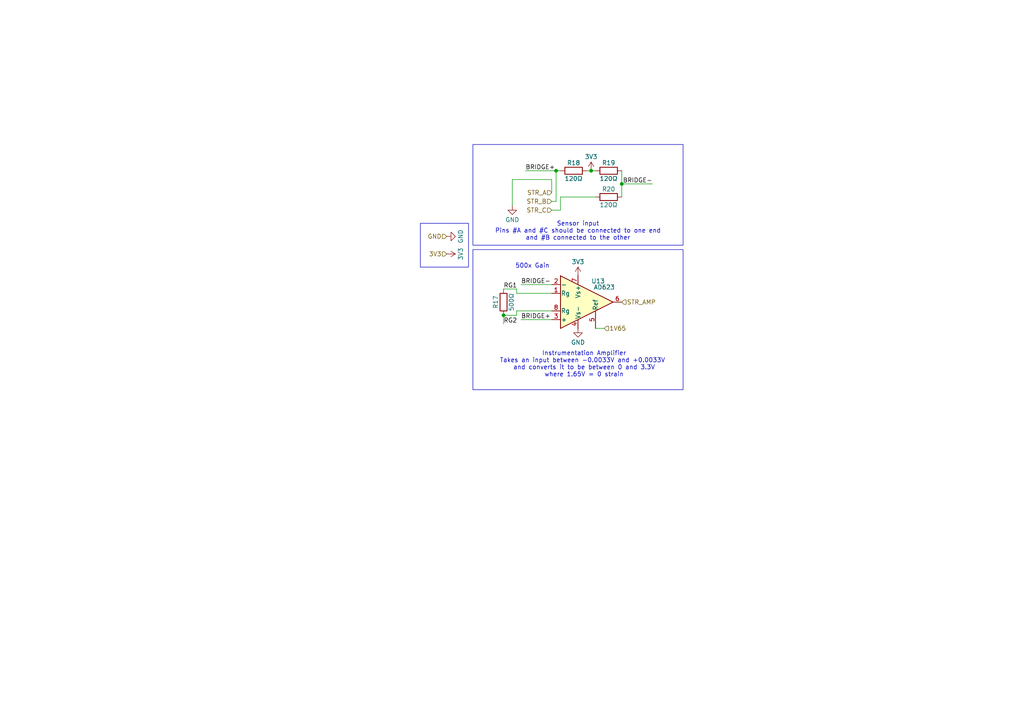
<source format=kicad_sch>
(kicad_sch
	(version 20231120)
	(generator "eeschema")
	(generator_version "8.0")
	(uuid "95315913-5271-4c7f-ae52-2a68043dab0f")
	(paper "A4")
	(title_block
		(date "27-09-2024")
		(rev "1.0.0")
	)
	(lib_symbols
		(symbol "Amplifier_Instrumentation:AD623"
			(pin_names
				(offset 0.127)
			)
			(exclude_from_sim no)
			(in_bom yes)
			(on_board yes)
			(property "Reference" "U"
				(at 3.81 7.62 0)
				(effects
					(font
						(size 1.27 1.27)
					)
				)
			)
			(property "Value" "AD623"
				(at 5.08 5.08 0)
				(effects
					(font
						(size 1.27 1.27)
					)
				)
			)
			(property "Footprint" ""
				(at 0 0 0)
				(effects
					(font
						(size 1.27 1.27)
					)
					(hide yes)
				)
			)
			(property "Datasheet" "https://www.analog.com/media/en/technical-documentation/data-sheets/AD623.pdf"
				(at 0 0 0)
				(effects
					(font
						(size 1.27 1.27)
					)
					(hide yes)
				)
			)
			(property "Description" "Single Rail-to-Rail, Low Cost Instrumentation Amplifier, DIP-8/SOIC-8/MSOP-8"
				(at 0 0 0)
				(effects
					(font
						(size 1.27 1.27)
					)
					(hide yes)
				)
			)
			(property "ki_keywords" "single instumentation amplifier"
				(at 0 0 0)
				(effects
					(font
						(size 1.27 1.27)
					)
					(hide yes)
				)
			)
			(property "ki_fp_filters" "SOIC*P1.27mm* DIP*W7.62mm*"
				(at 0 0 0)
				(effects
					(font
						(size 1.27 1.27)
					)
					(hide yes)
				)
			)
			(symbol "AD623_0_1"
				(polyline
					(pts
						(xy -7.62 7.62) (xy -7.62 -7.62) (xy 7.62 0) (xy -7.62 7.62)
					)
					(stroke
						(width 0.254)
						(type default)
					)
					(fill
						(type background)
					)
				)
			)
			(symbol "AD623_1_1"
				(pin passive line
					(at -10.16 2.54 0)
					(length 2.54)
					(name "Rg"
						(effects
							(font
								(size 1.27 1.27)
							)
						)
					)
					(number "1"
						(effects
							(font
								(size 1.27 1.27)
							)
						)
					)
				)
				(pin input line
					(at -10.16 5.08 0)
					(length 2.54)
					(name "-"
						(effects
							(font
								(size 1.27 1.27)
							)
						)
					)
					(number "2"
						(effects
							(font
								(size 1.27 1.27)
							)
						)
					)
				)
				(pin input line
					(at -10.16 -5.08 0)
					(length 2.54)
					(name "+"
						(effects
							(font
								(size 1.27 1.27)
							)
						)
					)
					(number "3"
						(effects
							(font
								(size 1.27 1.27)
							)
						)
					)
				)
				(pin power_in line
					(at -2.54 -7.62 90)
					(length 2.54)
					(name "Vs-"
						(effects
							(font
								(size 1.27 1.27)
							)
						)
					)
					(number "4"
						(effects
							(font
								(size 1.27 1.27)
							)
						)
					)
				)
				(pin passive line
					(at 2.54 -7.62 90)
					(length 5.08)
					(name "Ref"
						(effects
							(font
								(size 1.27 1.27)
							)
						)
					)
					(number "5"
						(effects
							(font
								(size 1.27 1.27)
							)
						)
					)
				)
				(pin output line
					(at 10.16 0 180)
					(length 2.54)
					(name "~"
						(effects
							(font
								(size 1.27 1.27)
							)
						)
					)
					(number "6"
						(effects
							(font
								(size 1.27 1.27)
							)
						)
					)
				)
				(pin power_in line
					(at -2.54 7.62 270)
					(length 2.54)
					(name "Vs+"
						(effects
							(font
								(size 1.27 1.27)
							)
						)
					)
					(number "7"
						(effects
							(font
								(size 1.27 1.27)
							)
						)
					)
				)
				(pin passive line
					(at -10.16 -2.54 0)
					(length 2.54)
					(name "Rg"
						(effects
							(font
								(size 1.27 1.27)
							)
						)
					)
					(number "8"
						(effects
							(font
								(size 1.27 1.27)
							)
						)
					)
				)
			)
		)
		(symbol "Device:R"
			(pin_numbers hide)
			(pin_names
				(offset 0)
			)
			(exclude_from_sim no)
			(in_bom yes)
			(on_board yes)
			(property "Reference" "R"
				(at 2.032 0 90)
				(effects
					(font
						(size 1.27 1.27)
					)
				)
			)
			(property "Value" "R"
				(at 0 0 90)
				(effects
					(font
						(size 1.27 1.27)
					)
				)
			)
			(property "Footprint" ""
				(at -1.778 0 90)
				(effects
					(font
						(size 1.27 1.27)
					)
					(hide yes)
				)
			)
			(property "Datasheet" "~"
				(at 0 0 0)
				(effects
					(font
						(size 1.27 1.27)
					)
					(hide yes)
				)
			)
			(property "Description" "Resistor"
				(at 0 0 0)
				(effects
					(font
						(size 1.27 1.27)
					)
					(hide yes)
				)
			)
			(property "ki_keywords" "R res resistor"
				(at 0 0 0)
				(effects
					(font
						(size 1.27 1.27)
					)
					(hide yes)
				)
			)
			(property "ki_fp_filters" "R_*"
				(at 0 0 0)
				(effects
					(font
						(size 1.27 1.27)
					)
					(hide yes)
				)
			)
			(symbol "R_0_1"
				(rectangle
					(start -1.016 -2.54)
					(end 1.016 2.54)
					(stroke
						(width 0.254)
						(type default)
					)
					(fill
						(type none)
					)
				)
			)
			(symbol "R_1_1"
				(pin passive line
					(at 0 3.81 270)
					(length 1.27)
					(name "~"
						(effects
							(font
								(size 1.27 1.27)
							)
						)
					)
					(number "1"
						(effects
							(font
								(size 1.27 1.27)
							)
						)
					)
				)
				(pin passive line
					(at 0 -3.81 90)
					(length 1.27)
					(name "~"
						(effects
							(font
								(size 1.27 1.27)
							)
						)
					)
					(number "2"
						(effects
							(font
								(size 1.27 1.27)
							)
						)
					)
				)
			)
		)
		(symbol "power:+12V"
			(power)
			(pin_numbers hide)
			(pin_names
				(offset 0) hide)
			(exclude_from_sim no)
			(in_bom yes)
			(on_board yes)
			(property "Reference" "#PWR"
				(at 0 -3.81 0)
				(effects
					(font
						(size 1.27 1.27)
					)
					(hide yes)
				)
			)
			(property "Value" "+12V"
				(at 0 3.556 0)
				(effects
					(font
						(size 1.27 1.27)
					)
				)
			)
			(property "Footprint" ""
				(at 0 0 0)
				(effects
					(font
						(size 1.27 1.27)
					)
					(hide yes)
				)
			)
			(property "Datasheet" ""
				(at 0 0 0)
				(effects
					(font
						(size 1.27 1.27)
					)
					(hide yes)
				)
			)
			(property "Description" "Power symbol creates a global label with name \"+12V\""
				(at 0 0 0)
				(effects
					(font
						(size 1.27 1.27)
					)
					(hide yes)
				)
			)
			(property "ki_keywords" "global power"
				(at 0 0 0)
				(effects
					(font
						(size 1.27 1.27)
					)
					(hide yes)
				)
			)
			(symbol "+12V_0_1"
				(polyline
					(pts
						(xy -0.762 1.27) (xy 0 2.54)
					)
					(stroke
						(width 0)
						(type default)
					)
					(fill
						(type none)
					)
				)
				(polyline
					(pts
						(xy 0 0) (xy 0 2.54)
					)
					(stroke
						(width 0)
						(type default)
					)
					(fill
						(type none)
					)
				)
				(polyline
					(pts
						(xy 0 2.54) (xy 0.762 1.27)
					)
					(stroke
						(width 0)
						(type default)
					)
					(fill
						(type none)
					)
				)
			)
			(symbol "+12V_1_1"
				(pin power_in line
					(at 0 0 90)
					(length 0)
					(name "~"
						(effects
							(font
								(size 1.27 1.27)
							)
						)
					)
					(number "1"
						(effects
							(font
								(size 1.27 1.27)
							)
						)
					)
				)
			)
		)
		(symbol "power:GND"
			(power)
			(pin_numbers hide)
			(pin_names
				(offset 0) hide)
			(exclude_from_sim no)
			(in_bom yes)
			(on_board yes)
			(property "Reference" "#PWR"
				(at 0 -6.35 0)
				(effects
					(font
						(size 1.27 1.27)
					)
					(hide yes)
				)
			)
			(property "Value" "GND"
				(at 0 -3.81 0)
				(effects
					(font
						(size 1.27 1.27)
					)
				)
			)
			(property "Footprint" ""
				(at 0 0 0)
				(effects
					(font
						(size 1.27 1.27)
					)
					(hide yes)
				)
			)
			(property "Datasheet" ""
				(at 0 0 0)
				(effects
					(font
						(size 1.27 1.27)
					)
					(hide yes)
				)
			)
			(property "Description" "Power symbol creates a global label with name \"GND\" , ground"
				(at 0 0 0)
				(effects
					(font
						(size 1.27 1.27)
					)
					(hide yes)
				)
			)
			(property "ki_keywords" "global power"
				(at 0 0 0)
				(effects
					(font
						(size 1.27 1.27)
					)
					(hide yes)
				)
			)
			(symbol "GND_0_1"
				(polyline
					(pts
						(xy 0 0) (xy 0 -1.27) (xy 1.27 -1.27) (xy 0 -2.54) (xy -1.27 -1.27) (xy 0 -1.27)
					)
					(stroke
						(width 0)
						(type default)
					)
					(fill
						(type none)
					)
				)
			)
			(symbol "GND_1_1"
				(pin power_in line
					(at 0 0 270)
					(length 0)
					(name "~"
						(effects
							(font
								(size 1.27 1.27)
							)
						)
					)
					(number "1"
						(effects
							(font
								(size 1.27 1.27)
							)
						)
					)
				)
			)
		)
	)
	(junction
		(at 171.45 49.53)
		(diameter 0)
		(color 0 0 0 0)
		(uuid "2705c6b2-ef8b-4ba0-a207-53ec4cfa7a85")
	)
	(junction
		(at 161.29 49.53)
		(diameter 0)
		(color 0 0 0 0)
		(uuid "3cec3439-6811-4261-84b8-a3981a06ef34")
	)
	(junction
		(at 180.34 53.34)
		(diameter 0)
		(color 0 0 0 0)
		(uuid "6f025ae3-0722-48fe-a7e1-c695978fcfc9")
	)
	(junction
		(at 146.05 91.44)
		(diameter 0)
		(color 0 0 0 0)
		(uuid "906cbe49-7862-473a-969b-8d0184988fee")
	)
	(wire
		(pts
			(xy 151.13 92.71) (xy 160.02 92.71)
		)
		(stroke
			(width 0)
			(type default)
		)
		(uuid "124b99c7-1743-4c44-b1ac-c249ac14db87")
	)
	(wire
		(pts
			(xy 149.86 90.17) (xy 160.02 90.17)
		)
		(stroke
			(width 0)
			(type default)
		)
		(uuid "1ca02230-2c0e-47aa-8378-ebcafc34f587")
	)
	(wire
		(pts
			(xy 161.29 58.42) (xy 161.29 49.53)
		)
		(stroke
			(width 0)
			(type default)
		)
		(uuid "1ead52a5-e82e-491c-9e7e-c1894a4248c4")
	)
	(wire
		(pts
			(xy 148.59 52.07) (xy 148.59 59.69)
		)
		(stroke
			(width 0)
			(type default)
		)
		(uuid "254b7550-5a07-4e10-95b5-ee8e0c98cfc4")
	)
	(wire
		(pts
			(xy 151.13 82.55) (xy 160.02 82.55)
		)
		(stroke
			(width 0)
			(type default)
		)
		(uuid "2a7ee400-60e1-461a-a03f-77764521929f")
	)
	(wire
		(pts
			(xy 180.34 53.34) (xy 189.23 53.34)
		)
		(stroke
			(width 0)
			(type default)
		)
		(uuid "35fb04ec-106c-4fe6-bc47-37ff8fd2c544")
	)
	(wire
		(pts
			(xy 160.02 52.07) (xy 160.02 55.88)
		)
		(stroke
			(width 0)
			(type default)
		)
		(uuid "3f2e6233-d185-4397-9e23-72c83d24180f")
	)
	(wire
		(pts
			(xy 146.05 91.44) (xy 149.86 91.44)
		)
		(stroke
			(width 0)
			(type default)
		)
		(uuid "47bcd291-cb03-4378-b18f-9ae94d084fc4")
	)
	(wire
		(pts
			(xy 149.86 85.09) (xy 149.86 83.82)
		)
		(stroke
			(width 0)
			(type default)
		)
		(uuid "51753acc-b327-4da1-8d6b-950a2f54b6ec")
	)
	(wire
		(pts
			(xy 180.34 53.34) (xy 180.34 57.15)
		)
		(stroke
			(width 0)
			(type default)
		)
		(uuid "529a5f20-757e-4fe7-9f46-c6e8a4a69cfd")
	)
	(wire
		(pts
			(xy 149.86 91.44) (xy 149.86 90.17)
		)
		(stroke
			(width 0)
			(type default)
		)
		(uuid "5312a075-aae4-4563-adc2-a9d79d3be8fa")
	)
	(wire
		(pts
			(xy 160.02 52.07) (xy 148.59 52.07)
		)
		(stroke
			(width 0)
			(type default)
		)
		(uuid "59f21da7-385f-469d-9ea6-e637d43b9167")
	)
	(wire
		(pts
			(xy 170.18 49.53) (xy 171.45 49.53)
		)
		(stroke
			(width 0)
			(type default)
		)
		(uuid "60694ab8-68ab-4443-b6a8-cd3ed17a7cdc")
	)
	(wire
		(pts
			(xy 161.29 49.53) (xy 162.56 49.53)
		)
		(stroke
			(width 0)
			(type default)
		)
		(uuid "6fae627a-7c25-47e7-a4e9-b4d9bd13d5f8")
	)
	(wire
		(pts
			(xy 149.86 83.82) (xy 146.05 83.82)
		)
		(stroke
			(width 0)
			(type default)
		)
		(uuid "70215d76-dd9a-4292-8931-59d81e09735a")
	)
	(wire
		(pts
			(xy 162.56 60.96) (xy 160.02 60.96)
		)
		(stroke
			(width 0)
			(type default)
		)
		(uuid "80b21045-196c-472d-8431-5ec1dc49cf0e")
	)
	(wire
		(pts
			(xy 162.56 57.15) (xy 172.72 57.15)
		)
		(stroke
			(width 0)
			(type default)
		)
		(uuid "928d38ef-3572-4c93-8d99-fae0e37168e1")
	)
	(wire
		(pts
			(xy 172.72 95.25) (xy 175.26 95.25)
		)
		(stroke
			(width 0)
			(type default)
		)
		(uuid "9460f559-950a-4ac7-81f5-0410d8fec359")
	)
	(wire
		(pts
			(xy 180.34 49.53) (xy 180.34 53.34)
		)
		(stroke
			(width 0)
			(type default)
		)
		(uuid "b80493aa-ba42-4254-9b08-85b884cc20c7")
	)
	(wire
		(pts
			(xy 171.45 49.53) (xy 172.72 49.53)
		)
		(stroke
			(width 0)
			(type default)
		)
		(uuid "c2207799-0a91-4150-866b-33c89e840b8f")
	)
	(wire
		(pts
			(xy 146.05 91.44) (xy 146.05 93.98)
		)
		(stroke
			(width 0)
			(type default)
		)
		(uuid "c5766b1f-7f8e-40ca-8075-5d8bd4278f2d")
	)
	(wire
		(pts
			(xy 152.4 49.53) (xy 161.29 49.53)
		)
		(stroke
			(width 0)
			(type default)
		)
		(uuid "d0579a1f-a029-4a23-99e9-6ff2ad5bec51")
	)
	(wire
		(pts
			(xy 160.02 58.42) (xy 161.29 58.42)
		)
		(stroke
			(width 0)
			(type default)
		)
		(uuid "d59bbcca-a690-4a7c-a88a-300773e6d880")
	)
	(wire
		(pts
			(xy 149.86 85.09) (xy 160.02 85.09)
		)
		(stroke
			(width 0)
			(type default)
		)
		(uuid "e1b733c5-36bc-4ce7-8db0-92c3b8431b07")
	)
	(wire
		(pts
			(xy 162.56 57.15) (xy 162.56 60.96)
		)
		(stroke
			(width 0)
			(type default)
		)
		(uuid "f8c9244e-f889-4689-b6b3-cb337eba2de0")
	)
	(rectangle
		(start 121.92 64.77)
		(end 135.89 77.47)
		(stroke
			(width 0)
			(type default)
		)
		(fill
			(type none)
		)
		(uuid 17b613ea-e65e-489b-8f72-d61a859bab0c)
	)
	(rectangle
		(start 137.16 72.39)
		(end 198.12 113.03)
		(stroke
			(width 0)
			(type default)
		)
		(fill
			(type none)
		)
		(uuid 937e454b-98fd-415e-a33e-4c2111d6fa0f)
	)
	(rectangle
		(start 137.16 41.91)
		(end 198.12 71.12)
		(stroke
			(width 0)
			(type default)
		)
		(fill
			(type none)
		)
		(uuid a0e495ba-ce97-4540-ad54-95b7313defd6)
	)
	(text "Instrumentation Amplifier\nTakes an input between -0.0033V and +0.0033V \nand converts it to be between 0 and 3.3V\nwhere 1.65V = 0 strain"
		(exclude_from_sim no)
		(at 169.418 105.664 0)
		(effects
			(font
				(size 1.27 1.27)
			)
		)
		(uuid "2ddb45c0-4d7f-4147-b8c1-8a5b88035401")
	)
	(text "500x Gain"
		(exclude_from_sim no)
		(at 154.432 77.216 0)
		(effects
			(font
				(size 1.27 1.27)
			)
		)
		(uuid "7ff10e13-3e2e-4740-8754-805ea3094e37")
	)
	(text "Sensor input\nPins #A and #C should be connected to one end\nand #B connected to the other"
		(exclude_from_sim no)
		(at 167.64 67.056 0)
		(effects
			(font
				(size 1.27 1.27)
			)
		)
		(uuid "a0b9a3a3-9cca-49ed-9992-b6cde2a983ed")
	)
	(label "BRIDGE+"
		(at 151.13 92.71 0)
		(fields_autoplaced yes)
		(effects
			(font
				(size 1.27 1.27)
			)
			(justify left bottom)
		)
		(uuid "14a1fcf8-0c34-4196-8260-3b1952b6774c")
	)
	(label "BRIDGE-"
		(at 189.23 53.34 180)
		(fields_autoplaced yes)
		(effects
			(font
				(size 1.27 1.27)
			)
			(justify right bottom)
		)
		(uuid "1727f7b3-95d4-4550-a76c-6ecb15c6b7af")
	)
	(label "RG2"
		(at 146.05 93.98 0)
		(fields_autoplaced yes)
		(effects
			(font
				(size 1.27 1.27)
			)
			(justify left bottom)
		)
		(uuid "19af6d22-0e29-4c4d-9402-0e87824c14ec")
	)
	(label "BRIDGE+"
		(at 152.4 49.53 0)
		(fields_autoplaced yes)
		(effects
			(font
				(size 1.27 1.27)
			)
			(justify left bottom)
		)
		(uuid "2b874314-47b0-4234-b1b2-d6e5f1489627")
	)
	(label "RG1"
		(at 146.05 83.82 0)
		(fields_autoplaced yes)
		(effects
			(font
				(size 1.27 1.27)
			)
			(justify left bottom)
		)
		(uuid "5c4b9e53-14ab-485d-abd5-1692a361dfd2")
	)
	(label "BRIDGE-"
		(at 151.13 82.55 0)
		(fields_autoplaced yes)
		(effects
			(font
				(size 1.27 1.27)
			)
			(justify left bottom)
		)
		(uuid "af360a14-80d5-4789-9a5e-8800787aa0bb")
	)
	(hierarchical_label "1V65"
		(shape input)
		(at 175.26 95.25 0)
		(fields_autoplaced yes)
		(effects
			(font
				(size 1.27 1.27)
			)
			(justify left)
		)
		(uuid "27f5a238-0b55-48c6-97cb-f8d98b2cd504")
	)
	(hierarchical_label "STR_AMP"
		(shape input)
		(at 180.34 87.63 0)
		(fields_autoplaced yes)
		(effects
			(font
				(size 1.27 1.27)
			)
			(justify left)
		)
		(uuid "428656dd-18e2-4355-984e-8519055efc92")
	)
	(hierarchical_label "STR_A"
		(shape input)
		(at 160.02 55.88 180)
		(fields_autoplaced yes)
		(effects
			(font
				(size 1.27 1.27)
			)
			(justify right)
		)
		(uuid "6c577222-d950-499f-b091-bcfc47307494")
	)
	(hierarchical_label "STR_B"
		(shape input)
		(at 160.02 58.42 180)
		(fields_autoplaced yes)
		(effects
			(font
				(size 1.27 1.27)
			)
			(justify right)
		)
		(uuid "80cdd0ce-b0f5-4186-a44a-51864a95efdd")
	)
	(hierarchical_label "3V3"
		(shape input)
		(at 129.54 73.66 180)
		(fields_autoplaced yes)
		(effects
			(font
				(size 1.27 1.27)
			)
			(justify right)
		)
		(uuid "8da18e18-acaa-4237-b660-e8860dbed5c7")
	)
	(hierarchical_label "STR_C"
		(shape input)
		(at 160.02 60.96 180)
		(fields_autoplaced yes)
		(effects
			(font
				(size 1.27 1.27)
			)
			(justify right)
		)
		(uuid "a031a003-50ac-4631-840e-0abb06155c40")
	)
	(hierarchical_label "GND"
		(shape input)
		(at 129.54 68.58 180)
		(fields_autoplaced yes)
		(effects
			(font
				(size 1.27 1.27)
			)
			(justify right)
		)
		(uuid "ea712340-4d4c-477e-826d-2f3f2a4ff7db")
	)
	(symbol
		(lib_id "Amplifier_Instrumentation:AD623")
		(at 170.18 87.63 0)
		(unit 1)
		(exclude_from_sim no)
		(in_bom yes)
		(on_board yes)
		(dnp no)
		(uuid "2b325c85-9b15-4606-8d53-0c031bd442b5")
		(property "Reference" "U13"
			(at 173.482 81.534 0)
			(effects
				(font
					(size 1.27 1.27)
				)
			)
		)
		(property "Value" "AD623"
			(at 175.26 83.312 0)
			(effects
				(font
					(size 1.27 1.27)
				)
			)
		)
		(property "Footprint" "Package_SO:MSOP-8_3x3mm_P0.65mm"
			(at 170.18 87.63 0)
			(effects
				(font
					(size 1.27 1.27)
				)
				(hide yes)
			)
		)
		(property "Datasheet" "https://www.analog.com/media/en/technical-documentation/data-sheets/AD623.pdf"
			(at 170.18 87.63 0)
			(effects
				(font
					(size 1.27 1.27)
				)
				(hide yes)
			)
		)
		(property "Description" "Single Rail-to-Rail, Low Cost Instrumentation Amplifier, DIP-8/SOIC-8/MSOP-8"
			(at 170.18 87.63 0)
			(effects
				(font
					(size 1.27 1.27)
				)
				(hide yes)
			)
		)
		(property "Sim.Library" "lib\\ad623\\ad623.cir"
			(at 170.18 87.63 0)
			(effects
				(font
					(size 1.27 1.27)
				)
				(hide yes)
			)
		)
		(property "Sim.Name" "AD623"
			(at 170.18 87.63 0)
			(effects
				(font
					(size 1.27 1.27)
				)
				(hide yes)
			)
		)
		(property "Sim.Device" "SUBCKT"
			(at 170.18 87.63 0)
			(effects
				(font
					(size 1.27 1.27)
				)
				(hide yes)
			)
		)
		(property "Sim.Pins" "1=Rg+ 2=IN- 3=IN+ 4=50 5=REF 6=OUT 7=99 8=Rg-"
			(at 170.18 87.63 0)
			(effects
				(font
					(size 1.27 1.27)
				)
				(hide yes)
			)
		)
		(pin "4"
			(uuid "b2545e8a-86c8-4ad6-92c8-1a626d67823b")
		)
		(pin "2"
			(uuid "06391e5f-c4d9-4b7c-9cb9-025ded090259")
		)
		(pin "1"
			(uuid "f110ea7e-9bca-45ce-958f-e3275d73c800")
		)
		(pin "8"
			(uuid "718646c1-3177-4e49-9fc6-ce376ff8f447")
		)
		(pin "6"
			(uuid "1620e8ad-0fd4-4e8f-ba83-0332bd00c420")
		)
		(pin "7"
			(uuid "d33df6dc-3632-4a43-8350-ef699df396ae")
		)
		(pin "3"
			(uuid "8ff7f0e7-ce4d-4b11-af20-5771897d67bc")
		)
		(pin "5"
			(uuid "9111ffaa-993f-46ea-92a8-2510923d0dfa")
		)
		(instances
			(project "sensor-board"
				(path "/0ca2cb63-0696-4fd2-a673-96bebc3f6d80/0af1faf4-1135-4320-b6d2-efef838d8180"
					(reference "U13")
					(unit 1)
				)
				(path "/0ca2cb63-0696-4fd2-a673-96bebc3f6d80/1d860569-38e8-4348-83a3-2047226f23fd"
					(reference "U17")
					(unit 1)
				)
				(path "/0ca2cb63-0696-4fd2-a673-96bebc3f6d80/1e530378-627a-417d-a871-da04d12ee521"
					(reference "U10")
					(unit 1)
				)
				(path "/0ca2cb63-0696-4fd2-a673-96bebc3f6d80/23d7ea5d-fc0f-4869-ba3b-8f3df4952496"
					(reference "U16")
					(unit 1)
				)
				(path "/0ca2cb63-0696-4fd2-a673-96bebc3f6d80/766fe88d-3c18-4522-b521-a27ca1bbfc05"
					(reference "U14")
					(unit 1)
				)
				(path "/0ca2cb63-0696-4fd2-a673-96bebc3f6d80/acc4cee2-17fd-49d4-a81f-33f70a1e312c"
					(reference "U7")
					(unit 1)
				)
				(path "/0ca2cb63-0696-4fd2-a673-96bebc3f6d80/addb9b66-ce74-4e2e-9a55-3f248efed21f"
					(reference "U12")
					(unit 1)
				)
				(path "/0ca2cb63-0696-4fd2-a673-96bebc3f6d80/c7cee751-5dfe-47fe-bc00-7a65d61a2883"
					(reference "U19")
					(unit 1)
				)
				(path "/0ca2cb63-0696-4fd2-a673-96bebc3f6d80/c8b8145d-9114-47d1-af6d-0004729958f1"
					(reference "U18")
					(unit 1)
				)
				(path "/0ca2cb63-0696-4fd2-a673-96bebc3f6d80/cd7d39df-e1ed-4d96-b0a8-3d5ab623c586"
					(reference "U11")
					(unit 1)
				)
				(path "/0ca2cb63-0696-4fd2-a673-96bebc3f6d80/e8cafef5-f779-42ae-b6d5-1550ede50252"
					(reference "U9")
					(unit 1)
				)
				(path "/0ca2cb63-0696-4fd2-a673-96bebc3f6d80/f2622416-9d1e-4cb0-960d-e48b9548ec9c"
					(reference "U15")
					(unit 1)
				)
			)
		)
	)
	(symbol
		(lib_id "power:GND")
		(at 148.59 59.69 0)
		(unit 1)
		(exclude_from_sim no)
		(in_bom yes)
		(on_board yes)
		(dnp no)
		(uuid "4104ee6f-b069-4379-9688-64e539786f62")
		(property "Reference" "#PWR057"
			(at 148.59 66.04 0)
			(effects
				(font
					(size 1.27 1.27)
				)
				(hide yes)
			)
		)
		(property "Value" "GND"
			(at 148.59 63.754 0)
			(effects
				(font
					(size 1.27 1.27)
				)
			)
		)
		(property "Footprint" ""
			(at 148.59 59.69 0)
			(effects
				(font
					(size 1.27 1.27)
				)
				(hide yes)
			)
		)
		(property "Datasheet" ""
			(at 148.59 59.69 0)
			(effects
				(font
					(size 1.27 1.27)
				)
				(hide yes)
			)
		)
		(property "Description" "Power symbol creates a global label with name \"GND\" , ground"
			(at 148.59 59.69 0)
			(effects
				(font
					(size 1.27 1.27)
				)
				(hide yes)
			)
		)
		(pin "1"
			(uuid "73bce687-e60e-48ad-b085-5f02c9d05551")
		)
		(instances
			(project "sensor-board"
				(path "/0ca2cb63-0696-4fd2-a673-96bebc3f6d80/0af1faf4-1135-4320-b6d2-efef838d8180"
					(reference "#PWR057")
					(unit 1)
				)
				(path "/0ca2cb63-0696-4fd2-a673-96bebc3f6d80/1d860569-38e8-4348-83a3-2047226f23fd"
					(reference "#PWR081")
					(unit 1)
				)
				(path "/0ca2cb63-0696-4fd2-a673-96bebc3f6d80/1e530378-627a-417d-a871-da04d12ee521"
					(reference "#PWR014")
					(unit 1)
				)
				(path "/0ca2cb63-0696-4fd2-a673-96bebc3f6d80/23d7ea5d-fc0f-4869-ba3b-8f3df4952496"
					(reference "#PWR075")
					(unit 1)
				)
				(path "/0ca2cb63-0696-4fd2-a673-96bebc3f6d80/766fe88d-3c18-4522-b521-a27ca1bbfc05"
					(reference "#PWR063")
					(unit 1)
				)
				(path "/0ca2cb63-0696-4fd2-a673-96bebc3f6d80/acc4cee2-17fd-49d4-a81f-33f70a1e312c"
					(reference "#PWR044")
					(unit 1)
				)
				(path "/0ca2cb63-0696-4fd2-a673-96bebc3f6d80/addb9b66-ce74-4e2e-9a55-3f248efed21f"
					(reference "#PWR050")
					(unit 1)
				)
				(path "/0ca2cb63-0696-4fd2-a673-96bebc3f6d80/c7cee751-5dfe-47fe-bc00-7a65d61a2883"
					(reference "#PWR093")
					(unit 1)
				)
				(path "/0ca2cb63-0696-4fd2-a673-96bebc3f6d80/c8b8145d-9114-47d1-af6d-0004729958f1"
					(reference "#PWR087")
					(unit 1)
				)
				(path "/0ca2cb63-0696-4fd2-a673-96bebc3f6d80/cd7d39df-e1ed-4d96-b0a8-3d5ab623c586"
					(reference "#PWR020")
					(unit 1)
				)
				(path "/0ca2cb63-0696-4fd2-a673-96bebc3f6d80/e8cafef5-f779-42ae-b6d5-1550ede50252"
					(reference "#PWR08")
					(unit 1)
				)
				(path "/0ca2cb63-0696-4fd2-a673-96bebc3f6d80/f2622416-9d1e-4cb0-960d-e48b9548ec9c"
					(reference "#PWR069")
					(unit 1)
				)
			)
		)
	)
	(symbol
		(lib_id "Device:R")
		(at 146.05 87.63 0)
		(mirror x)
		(unit 1)
		(exclude_from_sim no)
		(in_bom yes)
		(on_board yes)
		(dnp no)
		(uuid "5736054d-6471-4d9b-b075-775d2ad7dc44")
		(property "Reference" "R17"
			(at 143.764 87.63 90)
			(effects
				(font
					(size 1.27 1.27)
				)
			)
		)
		(property "Value" "500Ω"
			(at 148.336 87.63 90)
			(effects
				(font
					(size 1.27 1.27)
				)
			)
		)
		(property "Footprint" "Resistor_SMD:R_0603_1608Metric"
			(at 144.272 87.63 90)
			(effects
				(font
					(size 1.27 1.27)
				)
				(hide yes)
			)
		)
		(property "Datasheet" "~"
			(at 146.05 87.63 0)
			(effects
				(font
					(size 1.27 1.27)
				)
				(hide yes)
			)
		)
		(property "Description" "Resistor"
			(at 146.05 87.63 0)
			(effects
				(font
					(size 1.27 1.27)
				)
				(hide yes)
			)
		)
		(pin "2"
			(uuid "04b43736-285c-4ddd-9c29-58c7944d05b0")
		)
		(pin "1"
			(uuid "a7d7c600-ef4c-43d9-8bf8-df446efdaa83")
		)
		(instances
			(project "sensor-board"
				(path "/0ca2cb63-0696-4fd2-a673-96bebc3f6d80/0af1faf4-1135-4320-b6d2-efef838d8180"
					(reference "R17")
					(unit 1)
				)
				(path "/0ca2cb63-0696-4fd2-a673-96bebc3f6d80/1d860569-38e8-4348-83a3-2047226f23fd"
					(reference "R33")
					(unit 1)
				)
				(path "/0ca2cb63-0696-4fd2-a673-96bebc3f6d80/1e530378-627a-417d-a871-da04d12ee521"
					(reference "R5")
					(unit 1)
				)
				(path "/0ca2cb63-0696-4fd2-a673-96bebc3f6d80/23d7ea5d-fc0f-4869-ba3b-8f3df4952496"
					(reference "R29")
					(unit 1)
				)
				(path "/0ca2cb63-0696-4fd2-a673-96bebc3f6d80/766fe88d-3c18-4522-b521-a27ca1bbfc05"
					(reference "R21")
					(unit 1)
				)
				(path "/0ca2cb63-0696-4fd2-a673-96bebc3f6d80/acc4cee2-17fd-49d4-a81f-33f70a1e312c"
					(reference "R42")
					(unit 1)
				)
				(path "/0ca2cb63-0696-4fd2-a673-96bebc3f6d80/addb9b66-ce74-4e2e-9a55-3f248efed21f"
					(reference "R13")
					(unit 1)
				)
				(path "/0ca2cb63-0696-4fd2-a673-96bebc3f6d80/c7cee751-5dfe-47fe-bc00-7a65d61a2883"
					(reference "R53")
					(unit 1)
				)
				(path "/0ca2cb63-0696-4fd2-a673-96bebc3f6d80/c8b8145d-9114-47d1-af6d-0004729958f1"
					(reference "R49")
					(unit 1)
				)
				(path "/0ca2cb63-0696-4fd2-a673-96bebc3f6d80/cd7d39df-e1ed-4d96-b0a8-3d5ab623c586"
					(reference "R9")
					(unit 1)
				)
				(path "/0ca2cb63-0696-4fd2-a673-96bebc3f6d80/e8cafef5-f779-42ae-b6d5-1550ede50252"
					(reference "R1")
					(unit 1)
				)
				(path "/0ca2cb63-0696-4fd2-a673-96bebc3f6d80/f2622416-9d1e-4cb0-960d-e48b9548ec9c"
					(reference "R25")
					(unit 1)
				)
			)
		)
	)
	(symbol
		(lib_id "power:GND")
		(at 129.54 68.58 90)
		(unit 1)
		(exclude_from_sim no)
		(in_bom yes)
		(on_board yes)
		(dnp no)
		(uuid "85119684-4d5e-444a-8bd3-fd79ceeda26d")
		(property "Reference" "#PWR055"
			(at 135.89 68.58 0)
			(effects
				(font
					(size 1.27 1.27)
				)
				(hide yes)
			)
		)
		(property "Value" "GND"
			(at 133.604 68.58 0)
			(effects
				(font
					(size 1.27 1.27)
				)
			)
		)
		(property "Footprint" ""
			(at 129.54 68.58 0)
			(effects
				(font
					(size 1.27 1.27)
				)
				(hide yes)
			)
		)
		(property "Datasheet" ""
			(at 129.54 68.58 0)
			(effects
				(font
					(size 1.27 1.27)
				)
				(hide yes)
			)
		)
		(property "Description" "Power symbol creates a global label with name \"GND\" , ground"
			(at 129.54 68.58 0)
			(effects
				(font
					(size 1.27 1.27)
				)
				(hide yes)
			)
		)
		(pin "1"
			(uuid "218afc3e-3ff8-45de-8be0-08484a5f9e6f")
		)
		(instances
			(project "sensor-board"
				(path "/0ca2cb63-0696-4fd2-a673-96bebc3f6d80/0af1faf4-1135-4320-b6d2-efef838d8180"
					(reference "#PWR055")
					(unit 1)
				)
				(path "/0ca2cb63-0696-4fd2-a673-96bebc3f6d80/1d860569-38e8-4348-83a3-2047226f23fd"
					(reference "#PWR079")
					(unit 1)
				)
				(path "/0ca2cb63-0696-4fd2-a673-96bebc3f6d80/1e530378-627a-417d-a871-da04d12ee521"
					(reference "#PWR012")
					(unit 1)
				)
				(path "/0ca2cb63-0696-4fd2-a673-96bebc3f6d80/23d7ea5d-fc0f-4869-ba3b-8f3df4952496"
					(reference "#PWR073")
					(unit 1)
				)
				(path "/0ca2cb63-0696-4fd2-a673-96bebc3f6d80/766fe88d-3c18-4522-b521-a27ca1bbfc05"
					(reference "#PWR061")
					(unit 1)
				)
				(path "/0ca2cb63-0696-4fd2-a673-96bebc3f6d80/acc4cee2-17fd-49d4-a81f-33f70a1e312c"
					(reference "#PWR052")
					(unit 1)
				)
				(path "/0ca2cb63-0696-4fd2-a673-96bebc3f6d80/addb9b66-ce74-4e2e-9a55-3f248efed21f"
					(reference "#PWR026")
					(unit 1)
				)
				(path "/0ca2cb63-0696-4fd2-a673-96bebc3f6d80/c7cee751-5dfe-47fe-bc00-7a65d61a2883"
					(reference "#PWR091")
					(unit 1)
				)
				(path "/0ca2cb63-0696-4fd2-a673-96bebc3f6d80/c8b8145d-9114-47d1-af6d-0004729958f1"
					(reference "#PWR085")
					(unit 1)
				)
				(path "/0ca2cb63-0696-4fd2-a673-96bebc3f6d80/cd7d39df-e1ed-4d96-b0a8-3d5ab623c586"
					(reference "#PWR018")
					(unit 1)
				)
				(path "/0ca2cb63-0696-4fd2-a673-96bebc3f6d80/e8cafef5-f779-42ae-b6d5-1550ede50252"
					(reference "#PWR06")
					(unit 1)
				)
				(path "/0ca2cb63-0696-4fd2-a673-96bebc3f6d80/f2622416-9d1e-4cb0-960d-e48b9548ec9c"
					(reference "#PWR067")
					(unit 1)
				)
			)
		)
	)
	(symbol
		(lib_id "power:+12V")
		(at 167.64 80.01 0)
		(unit 1)
		(exclude_from_sim no)
		(in_bom yes)
		(on_board yes)
		(dnp no)
		(uuid "9b349ac6-8caa-4079-b782-dcb84e251713")
		(property "Reference" "#PWR058"
			(at 167.64 83.82 0)
			(effects
				(font
					(size 1.27 1.27)
				)
				(hide yes)
			)
		)
		(property "Value" "3V3"
			(at 167.64 75.946 0)
			(effects
				(font
					(size 1.27 1.27)
				)
			)
		)
		(property "Footprint" ""
			(at 167.64 80.01 0)
			(effects
				(font
					(size 1.27 1.27)
				)
				(hide yes)
			)
		)
		(property "Datasheet" ""
			(at 167.64 80.01 0)
			(effects
				(font
					(size 1.27 1.27)
				)
				(hide yes)
			)
		)
		(property "Description" "Power symbol creates a global label with name \"+12V\""
			(at 167.64 80.01 0)
			(effects
				(font
					(size 1.27 1.27)
				)
				(hide yes)
			)
		)
		(pin "1"
			(uuid "242e874c-5ab9-4263-9901-32198e05237a")
		)
		(instances
			(project "sensor-board"
				(path "/0ca2cb63-0696-4fd2-a673-96bebc3f6d80/0af1faf4-1135-4320-b6d2-efef838d8180"
					(reference "#PWR058")
					(unit 1)
				)
				(path "/0ca2cb63-0696-4fd2-a673-96bebc3f6d80/1d860569-38e8-4348-83a3-2047226f23fd"
					(reference "#PWR082")
					(unit 1)
				)
				(path "/0ca2cb63-0696-4fd2-a673-96bebc3f6d80/1e530378-627a-417d-a871-da04d12ee521"
					(reference "#PWR015")
					(unit 1)
				)
				(path "/0ca2cb63-0696-4fd2-a673-96bebc3f6d80/23d7ea5d-fc0f-4869-ba3b-8f3df4952496"
					(reference "#PWR076")
					(unit 1)
				)
				(path "/0ca2cb63-0696-4fd2-a673-96bebc3f6d80/766fe88d-3c18-4522-b521-a27ca1bbfc05"
					(reference "#PWR064")
					(unit 1)
				)
				(path "/0ca2cb63-0696-4fd2-a673-96bebc3f6d80/acc4cee2-17fd-49d4-a81f-33f70a1e312c"
					(reference "#PWR045")
					(unit 1)
				)
				(path "/0ca2cb63-0696-4fd2-a673-96bebc3f6d80/addb9b66-ce74-4e2e-9a55-3f248efed21f"
					(reference "#PWR051")
					(unit 1)
				)
				(path "/0ca2cb63-0696-4fd2-a673-96bebc3f6d80/c7cee751-5dfe-47fe-bc00-7a65d61a2883"
					(reference "#PWR094")
					(unit 1)
				)
				(path "/0ca2cb63-0696-4fd2-a673-96bebc3f6d80/c8b8145d-9114-47d1-af6d-0004729958f1"
					(reference "#PWR088")
					(unit 1)
				)
				(path "/0ca2cb63-0696-4fd2-a673-96bebc3f6d80/cd7d39df-e1ed-4d96-b0a8-3d5ab623c586"
					(reference "#PWR021")
					(unit 1)
				)
				(path "/0ca2cb63-0696-4fd2-a673-96bebc3f6d80/e8cafef5-f779-42ae-b6d5-1550ede50252"
					(reference "#PWR09")
					(unit 1)
				)
				(path "/0ca2cb63-0696-4fd2-a673-96bebc3f6d80/f2622416-9d1e-4cb0-960d-e48b9548ec9c"
					(reference "#PWR070")
					(unit 1)
				)
			)
		)
	)
	(symbol
		(lib_id "Device:R")
		(at 166.37 49.53 90)
		(mirror x)
		(unit 1)
		(exclude_from_sim no)
		(in_bom yes)
		(on_board yes)
		(dnp no)
		(uuid "a8962e3f-09e5-496a-8e2d-4e04b1bdb386")
		(property "Reference" "R18"
			(at 166.37 47.244 90)
			(effects
				(font
					(size 1.27 1.27)
				)
			)
		)
		(property "Value" "120Ω"
			(at 166.37 51.816 90)
			(effects
				(font
					(size 1.27 1.27)
				)
			)
		)
		(property "Footprint" "Resistor_SMD:R_0603_1608Metric"
			(at 166.37 47.752 90)
			(effects
				(font
					(size 1.27 1.27)
				)
				(hide yes)
			)
		)
		(property "Datasheet" "~"
			(at 166.37 49.53 0)
			(effects
				(font
					(size 1.27 1.27)
				)
				(hide yes)
			)
		)
		(property "Description" "Resistor"
			(at 166.37 49.53 0)
			(effects
				(font
					(size 1.27 1.27)
				)
				(hide yes)
			)
		)
		(pin "2"
			(uuid "81c5528a-804f-45e4-a1c9-d54655878381")
		)
		(pin "1"
			(uuid "00b861f6-5368-45a8-8625-fff37be954ab")
		)
		(instances
			(project "sensor-board"
				(path "/0ca2cb63-0696-4fd2-a673-96bebc3f6d80/0af1faf4-1135-4320-b6d2-efef838d8180"
					(reference "R18")
					(unit 1)
				)
				(path "/0ca2cb63-0696-4fd2-a673-96bebc3f6d80/1d860569-38e8-4348-83a3-2047226f23fd"
					(reference "R34")
					(unit 1)
				)
				(path "/0ca2cb63-0696-4fd2-a673-96bebc3f6d80/1e530378-627a-417d-a871-da04d12ee521"
					(reference "R6")
					(unit 1)
				)
				(path "/0ca2cb63-0696-4fd2-a673-96bebc3f6d80/23d7ea5d-fc0f-4869-ba3b-8f3df4952496"
					(reference "R30")
					(unit 1)
				)
				(path "/0ca2cb63-0696-4fd2-a673-96bebc3f6d80/766fe88d-3c18-4522-b521-a27ca1bbfc05"
					(reference "R22")
					(unit 1)
				)
				(path "/0ca2cb63-0696-4fd2-a673-96bebc3f6d80/acc4cee2-17fd-49d4-a81f-33f70a1e312c"
					(reference "R46")
					(unit 1)
				)
				(path "/0ca2cb63-0696-4fd2-a673-96bebc3f6d80/addb9b66-ce74-4e2e-9a55-3f248efed21f"
					(reference "R14")
					(unit 1)
				)
				(path "/0ca2cb63-0696-4fd2-a673-96bebc3f6d80/c7cee751-5dfe-47fe-bc00-7a65d61a2883"
					(reference "R54")
					(unit 1)
				)
				(path "/0ca2cb63-0696-4fd2-a673-96bebc3f6d80/c8b8145d-9114-47d1-af6d-0004729958f1"
					(reference "R50")
					(unit 1)
				)
				(path "/0ca2cb63-0696-4fd2-a673-96bebc3f6d80/cd7d39df-e1ed-4d96-b0a8-3d5ab623c586"
					(reference "R10")
					(unit 1)
				)
				(path "/0ca2cb63-0696-4fd2-a673-96bebc3f6d80/e8cafef5-f779-42ae-b6d5-1550ede50252"
					(reference "R2")
					(unit 1)
				)
				(path "/0ca2cb63-0696-4fd2-a673-96bebc3f6d80/f2622416-9d1e-4cb0-960d-e48b9548ec9c"
					(reference "R26")
					(unit 1)
				)
			)
		)
	)
	(symbol
		(lib_id "Device:R")
		(at 176.53 57.15 90)
		(mirror x)
		(unit 1)
		(exclude_from_sim no)
		(in_bom yes)
		(on_board yes)
		(dnp no)
		(uuid "adb15bdd-2cfd-4c03-8ee3-8e1a9afd57f1")
		(property "Reference" "R20"
			(at 176.53 54.864 90)
			(effects
				(font
					(size 1.27 1.27)
				)
			)
		)
		(property "Value" "120Ω"
			(at 176.53 59.436 90)
			(effects
				(font
					(size 1.27 1.27)
				)
			)
		)
		(property "Footprint" "Resistor_SMD:R_0603_1608Metric"
			(at 176.53 55.372 90)
			(effects
				(font
					(size 1.27 1.27)
				)
				(hide yes)
			)
		)
		(property "Datasheet" "~"
			(at 176.53 57.15 0)
			(effects
				(font
					(size 1.27 1.27)
				)
				(hide yes)
			)
		)
		(property "Description" "Resistor"
			(at 176.53 57.15 0)
			(effects
				(font
					(size 1.27 1.27)
				)
				(hide yes)
			)
		)
		(pin "2"
			(uuid "76664a4f-5c18-4186-b286-d6ed6bbd1839")
		)
		(pin "1"
			(uuid "311f4505-27be-47ae-b3af-aa084634fd44")
		)
		(instances
			(project "sensor-board"
				(path "/0ca2cb63-0696-4fd2-a673-96bebc3f6d80/0af1faf4-1135-4320-b6d2-efef838d8180"
					(reference "R20")
					(unit 1)
				)
				(path "/0ca2cb63-0696-4fd2-a673-96bebc3f6d80/1d860569-38e8-4348-83a3-2047226f23fd"
					(reference "R36")
					(unit 1)
				)
				(path "/0ca2cb63-0696-4fd2-a673-96bebc3f6d80/1e530378-627a-417d-a871-da04d12ee521"
					(reference "R8")
					(unit 1)
				)
				(path "/0ca2cb63-0696-4fd2-a673-96bebc3f6d80/23d7ea5d-fc0f-4869-ba3b-8f3df4952496"
					(reference "R32")
					(unit 1)
				)
				(path "/0ca2cb63-0696-4fd2-a673-96bebc3f6d80/766fe88d-3c18-4522-b521-a27ca1bbfc05"
					(reference "R24")
					(unit 1)
				)
				(path "/0ca2cb63-0696-4fd2-a673-96bebc3f6d80/acc4cee2-17fd-49d4-a81f-33f70a1e312c"
					(reference "R48")
					(unit 1)
				)
				(path "/0ca2cb63-0696-4fd2-a673-96bebc3f6d80/addb9b66-ce74-4e2e-9a55-3f248efed21f"
					(reference "R16")
					(unit 1)
				)
				(path "/0ca2cb63-0696-4fd2-a673-96bebc3f6d80/c7cee751-5dfe-47fe-bc00-7a65d61a2883"
					(reference "R56")
					(unit 1)
				)
				(path "/0ca2cb63-0696-4fd2-a673-96bebc3f6d80/c8b8145d-9114-47d1-af6d-0004729958f1"
					(reference "R52")
					(unit 1)
				)
				(path "/0ca2cb63-0696-4fd2-a673-96bebc3f6d80/cd7d39df-e1ed-4d96-b0a8-3d5ab623c586"
					(reference "R12")
					(unit 1)
				)
				(path "/0ca2cb63-0696-4fd2-a673-96bebc3f6d80/e8cafef5-f779-42ae-b6d5-1550ede50252"
					(reference "R4")
					(unit 1)
				)
				(path "/0ca2cb63-0696-4fd2-a673-96bebc3f6d80/f2622416-9d1e-4cb0-960d-e48b9548ec9c"
					(reference "R28")
					(unit 1)
				)
			)
		)
	)
	(symbol
		(lib_id "power:+12V")
		(at 171.45 49.53 0)
		(unit 1)
		(exclude_from_sim no)
		(in_bom yes)
		(on_board yes)
		(dnp no)
		(uuid "b3c8e21b-f545-49f7-ad8f-dd3725af6e62")
		(property "Reference" "#PWR060"
			(at 171.45 53.34 0)
			(effects
				(font
					(size 1.27 1.27)
				)
				(hide yes)
			)
		)
		(property "Value" "3V3"
			(at 171.45 45.466 0)
			(effects
				(font
					(size 1.27 1.27)
				)
			)
		)
		(property "Footprint" ""
			(at 171.45 49.53 0)
			(effects
				(font
					(size 1.27 1.27)
				)
				(hide yes)
			)
		)
		(property "Datasheet" ""
			(at 171.45 49.53 0)
			(effects
				(font
					(size 1.27 1.27)
				)
				(hide yes)
			)
		)
		(property "Description" "Power symbol creates a global label with name \"+12V\""
			(at 171.45 49.53 0)
			(effects
				(font
					(size 1.27 1.27)
				)
				(hide yes)
			)
		)
		(pin "1"
			(uuid "b45c75e9-d432-498a-83c6-15260ba0e5a0")
		)
		(instances
			(project "sensor-board"
				(path "/0ca2cb63-0696-4fd2-a673-96bebc3f6d80/0af1faf4-1135-4320-b6d2-efef838d8180"
					(reference "#PWR060")
					(unit 1)
				)
				(path "/0ca2cb63-0696-4fd2-a673-96bebc3f6d80/1d860569-38e8-4348-83a3-2047226f23fd"
					(reference "#PWR084")
					(unit 1)
				)
				(path "/0ca2cb63-0696-4fd2-a673-96bebc3f6d80/1e530378-627a-417d-a871-da04d12ee521"
					(reference "#PWR017")
					(unit 1)
				)
				(path "/0ca2cb63-0696-4fd2-a673-96bebc3f6d80/23d7ea5d-fc0f-4869-ba3b-8f3df4952496"
					(reference "#PWR078")
					(unit 1)
				)
				(path "/0ca2cb63-0696-4fd2-a673-96bebc3f6d80/766fe88d-3c18-4522-b521-a27ca1bbfc05"
					(reference "#PWR066")
					(unit 1)
				)
				(path "/0ca2cb63-0696-4fd2-a673-96bebc3f6d80/acc4cee2-17fd-49d4-a81f-33f70a1e312c"
					(reference "#PWR047")
					(unit 1)
				)
				(path "/0ca2cb63-0696-4fd2-a673-96bebc3f6d80/addb9b66-ce74-4e2e-9a55-3f248efed21f"
					(reference "#PWR054")
					(unit 1)
				)
				(path "/0ca2cb63-0696-4fd2-a673-96bebc3f6d80/c7cee751-5dfe-47fe-bc00-7a65d61a2883"
					(reference "#PWR096")
					(unit 1)
				)
				(path "/0ca2cb63-0696-4fd2-a673-96bebc3f6d80/c8b8145d-9114-47d1-af6d-0004729958f1"
					(reference "#PWR090")
					(unit 1)
				)
				(path "/0ca2cb63-0696-4fd2-a673-96bebc3f6d80/cd7d39df-e1ed-4d96-b0a8-3d5ab623c586"
					(reference "#PWR023")
					(unit 1)
				)
				(path "/0ca2cb63-0696-4fd2-a673-96bebc3f6d80/e8cafef5-f779-42ae-b6d5-1550ede50252"
					(reference "#PWR011")
					(unit 1)
				)
				(path "/0ca2cb63-0696-4fd2-a673-96bebc3f6d80/f2622416-9d1e-4cb0-960d-e48b9548ec9c"
					(reference "#PWR072")
					(unit 1)
				)
			)
		)
	)
	(symbol
		(lib_id "Device:R")
		(at 176.53 49.53 90)
		(mirror x)
		(unit 1)
		(exclude_from_sim no)
		(in_bom yes)
		(on_board yes)
		(dnp no)
		(uuid "ddd394d4-1763-48f5-ae0d-efe2d276ed43")
		(property "Reference" "R19"
			(at 176.53 47.244 90)
			(effects
				(font
					(size 1.27 1.27)
				)
			)
		)
		(property "Value" "120Ω"
			(at 176.53 51.816 90)
			(effects
				(font
					(size 1.27 1.27)
				)
			)
		)
		(property "Footprint" "Resistor_SMD:R_0603_1608Metric"
			(at 176.53 47.752 90)
			(effects
				(font
					(size 1.27 1.27)
				)
				(hide yes)
			)
		)
		(property "Datasheet" "~"
			(at 176.53 49.53 0)
			(effects
				(font
					(size 1.27 1.27)
				)
				(hide yes)
			)
		)
		(property "Description" "Resistor"
			(at 176.53 49.53 0)
			(effects
				(font
					(size 1.27 1.27)
				)
				(hide yes)
			)
		)
		(pin "2"
			(uuid "2c8ffbae-09b6-4fe9-a5fc-d126cc5f5c32")
		)
		(pin "1"
			(uuid "e8ea534b-e20c-42bf-95db-ab67f1d80f18")
		)
		(instances
			(project "sensor-board"
				(path "/0ca2cb63-0696-4fd2-a673-96bebc3f6d80/0af1faf4-1135-4320-b6d2-efef838d8180"
					(reference "R19")
					(unit 1)
				)
				(path "/0ca2cb63-0696-4fd2-a673-96bebc3f6d80/1d860569-38e8-4348-83a3-2047226f23fd"
					(reference "R35")
					(unit 1)
				)
				(path "/0ca2cb63-0696-4fd2-a673-96bebc3f6d80/1e530378-627a-417d-a871-da04d12ee521"
					(reference "R7")
					(unit 1)
				)
				(path "/0ca2cb63-0696-4fd2-a673-96bebc3f6d80/23d7ea5d-fc0f-4869-ba3b-8f3df4952496"
					(reference "R31")
					(unit 1)
				)
				(path "/0ca2cb63-0696-4fd2-a673-96bebc3f6d80/766fe88d-3c18-4522-b521-a27ca1bbfc05"
					(reference "R23")
					(unit 1)
				)
				(path "/0ca2cb63-0696-4fd2-a673-96bebc3f6d80/acc4cee2-17fd-49d4-a81f-33f70a1e312c"
					(reference "R47")
					(unit 1)
				)
				(path "/0ca2cb63-0696-4fd2-a673-96bebc3f6d80/addb9b66-ce74-4e2e-9a55-3f248efed21f"
					(reference "R15")
					(unit 1)
				)
				(path "/0ca2cb63-0696-4fd2-a673-96bebc3f6d80/c7cee751-5dfe-47fe-bc00-7a65d61a2883"
					(reference "R55")
					(unit 1)
				)
				(path "/0ca2cb63-0696-4fd2-a673-96bebc3f6d80/c8b8145d-9114-47d1-af6d-0004729958f1"
					(reference "R51")
					(unit 1)
				)
				(path "/0ca2cb63-0696-4fd2-a673-96bebc3f6d80/cd7d39df-e1ed-4d96-b0a8-3d5ab623c586"
					(reference "R11")
					(unit 1)
				)
				(path "/0ca2cb63-0696-4fd2-a673-96bebc3f6d80/e8cafef5-f779-42ae-b6d5-1550ede50252"
					(reference "R3")
					(unit 1)
				)
				(path "/0ca2cb63-0696-4fd2-a673-96bebc3f6d80/f2622416-9d1e-4cb0-960d-e48b9548ec9c"
					(reference "R27")
					(unit 1)
				)
			)
		)
	)
	(symbol
		(lib_id "power:+12V")
		(at 129.54 73.66 270)
		(unit 1)
		(exclude_from_sim no)
		(in_bom yes)
		(on_board yes)
		(dnp no)
		(uuid "e0580014-4971-470b-9894-987d5227fe7f")
		(property "Reference" "#PWR056"
			(at 125.73 73.66 0)
			(effects
				(font
					(size 1.27 1.27)
				)
				(hide yes)
			)
		)
		(property "Value" "3V3"
			(at 133.604 73.66 0)
			(effects
				(font
					(size 1.27 1.27)
				)
			)
		)
		(property "Footprint" ""
			(at 129.54 73.66 0)
			(effects
				(font
					(size 1.27 1.27)
				)
				(hide yes)
			)
		)
		(property "Datasheet" ""
			(at 129.54 73.66 0)
			(effects
				(font
					(size 1.27 1.27)
				)
				(hide yes)
			)
		)
		(property "Description" "Power symbol creates a global label with name \"+12V\""
			(at 129.54 73.66 0)
			(effects
				(font
					(size 1.27 1.27)
				)
				(hide yes)
			)
		)
		(pin "1"
			(uuid "b28749ea-4648-42f4-a561-7a2991e435e3")
		)
		(instances
			(project "sensor-board"
				(path "/0ca2cb63-0696-4fd2-a673-96bebc3f6d80/0af1faf4-1135-4320-b6d2-efef838d8180"
					(reference "#PWR056")
					(unit 1)
				)
				(path "/0ca2cb63-0696-4fd2-a673-96bebc3f6d80/1d860569-38e8-4348-83a3-2047226f23fd"
					(reference "#PWR080")
					(unit 1)
				)
				(path "/0ca2cb63-0696-4fd2-a673-96bebc3f6d80/1e530378-627a-417d-a871-da04d12ee521"
					(reference "#PWR013")
					(unit 1)
				)
				(path "/0ca2cb63-0696-4fd2-a673-96bebc3f6d80/23d7ea5d-fc0f-4869-ba3b-8f3df4952496"
					(reference "#PWR074")
					(unit 1)
				)
				(path "/0ca2cb63-0696-4fd2-a673-96bebc3f6d80/766fe88d-3c18-4522-b521-a27ca1bbfc05"
					(reference "#PWR062")
					(unit 1)
				)
				(path "/0ca2cb63-0696-4fd2-a673-96bebc3f6d80/acc4cee2-17fd-49d4-a81f-33f70a1e312c"
					(reference "#PWR0114")
					(unit 1)
				)
				(path "/0ca2cb63-0696-4fd2-a673-96bebc3f6d80/addb9b66-ce74-4e2e-9a55-3f248efed21f"
					(reference "#PWR027")
					(unit 1)
				)
				(path "/0ca2cb63-0696-4fd2-a673-96bebc3f6d80/c7cee751-5dfe-47fe-bc00-7a65d61a2883"
					(reference "#PWR092")
					(unit 1)
				)
				(path "/0ca2cb63-0696-4fd2-a673-96bebc3f6d80/c8b8145d-9114-47d1-af6d-0004729958f1"
					(reference "#PWR086")
					(unit 1)
				)
				(path "/0ca2cb63-0696-4fd2-a673-96bebc3f6d80/cd7d39df-e1ed-4d96-b0a8-3d5ab623c586"
					(reference "#PWR019")
					(unit 1)
				)
				(path "/0ca2cb63-0696-4fd2-a673-96bebc3f6d80/e8cafef5-f779-42ae-b6d5-1550ede50252"
					(reference "#PWR07")
					(unit 1)
				)
				(path "/0ca2cb63-0696-4fd2-a673-96bebc3f6d80/f2622416-9d1e-4cb0-960d-e48b9548ec9c"
					(reference "#PWR068")
					(unit 1)
				)
			)
		)
	)
	(symbol
		(lib_id "power:GND")
		(at 167.64 95.25 0)
		(unit 1)
		(exclude_from_sim no)
		(in_bom yes)
		(on_board yes)
		(dnp no)
		(uuid "e7776a82-f588-4419-998f-2dd5dc5bd5d5")
		(property "Reference" "#PWR059"
			(at 167.64 101.6 0)
			(effects
				(font
					(size 1.27 1.27)
				)
				(hide yes)
			)
		)
		(property "Value" "GND"
			(at 167.64 99.314 0)
			(effects
				(font
					(size 1.27 1.27)
				)
			)
		)
		(property "Footprint" ""
			(at 167.64 95.25 0)
			(effects
				(font
					(size 1.27 1.27)
				)
				(hide yes)
			)
		)
		(property "Datasheet" ""
			(at 167.64 95.25 0)
			(effects
				(font
					(size 1.27 1.27)
				)
				(hide yes)
			)
		)
		(property "Description" "Power symbol creates a global label with name \"GND\" , ground"
			(at 167.64 95.25 0)
			(effects
				(font
					(size 1.27 1.27)
				)
				(hide yes)
			)
		)
		(pin "1"
			(uuid "ac66555d-051b-40bd-8603-cf5507975836")
		)
		(instances
			(project "sensor-board"
				(path "/0ca2cb63-0696-4fd2-a673-96bebc3f6d80/0af1faf4-1135-4320-b6d2-efef838d8180"
					(reference "#PWR059")
					(unit 1)
				)
				(path "/0ca2cb63-0696-4fd2-a673-96bebc3f6d80/1d860569-38e8-4348-83a3-2047226f23fd"
					(reference "#PWR083")
					(unit 1)
				)
				(path "/0ca2cb63-0696-4fd2-a673-96bebc3f6d80/1e530378-627a-417d-a871-da04d12ee521"
					(reference "#PWR016")
					(unit 1)
				)
				(path "/0ca2cb63-0696-4fd2-a673-96bebc3f6d80/23d7ea5d-fc0f-4869-ba3b-8f3df4952496"
					(reference "#PWR077")
					(unit 1)
				)
				(path "/0ca2cb63-0696-4fd2-a673-96bebc3f6d80/766fe88d-3c18-4522-b521-a27ca1bbfc05"
					(reference "#PWR065")
					(unit 1)
				)
				(path "/0ca2cb63-0696-4fd2-a673-96bebc3f6d80/acc4cee2-17fd-49d4-a81f-33f70a1e312c"
					(reference "#PWR046")
					(unit 1)
				)
				(path "/0ca2cb63-0696-4fd2-a673-96bebc3f6d80/addb9b66-ce74-4e2e-9a55-3f248efed21f"
					(reference "#PWR053")
					(unit 1)
				)
				(path "/0ca2cb63-0696-4fd2-a673-96bebc3f6d80/c7cee751-5dfe-47fe-bc00-7a65d61a2883"
					(reference "#PWR095")
					(unit 1)
				)
				(path "/0ca2cb63-0696-4fd2-a673-96bebc3f6d80/c8b8145d-9114-47d1-af6d-0004729958f1"
					(reference "#PWR089")
					(unit 1)
				)
				(path "/0ca2cb63-0696-4fd2-a673-96bebc3f6d80/cd7d39df-e1ed-4d96-b0a8-3d5ab623c586"
					(reference "#PWR022")
					(unit 1)
				)
				(path "/0ca2cb63-0696-4fd2-a673-96bebc3f6d80/e8cafef5-f779-42ae-b6d5-1550ede50252"
					(reference "#PWR010")
					(unit 1)
				)
				(path "/0ca2cb63-0696-4fd2-a673-96bebc3f6d80/f2622416-9d1e-4cb0-960d-e48b9548ec9c"
					(reference "#PWR071")
					(unit 1)
				)
			)
		)
	)
)

</source>
